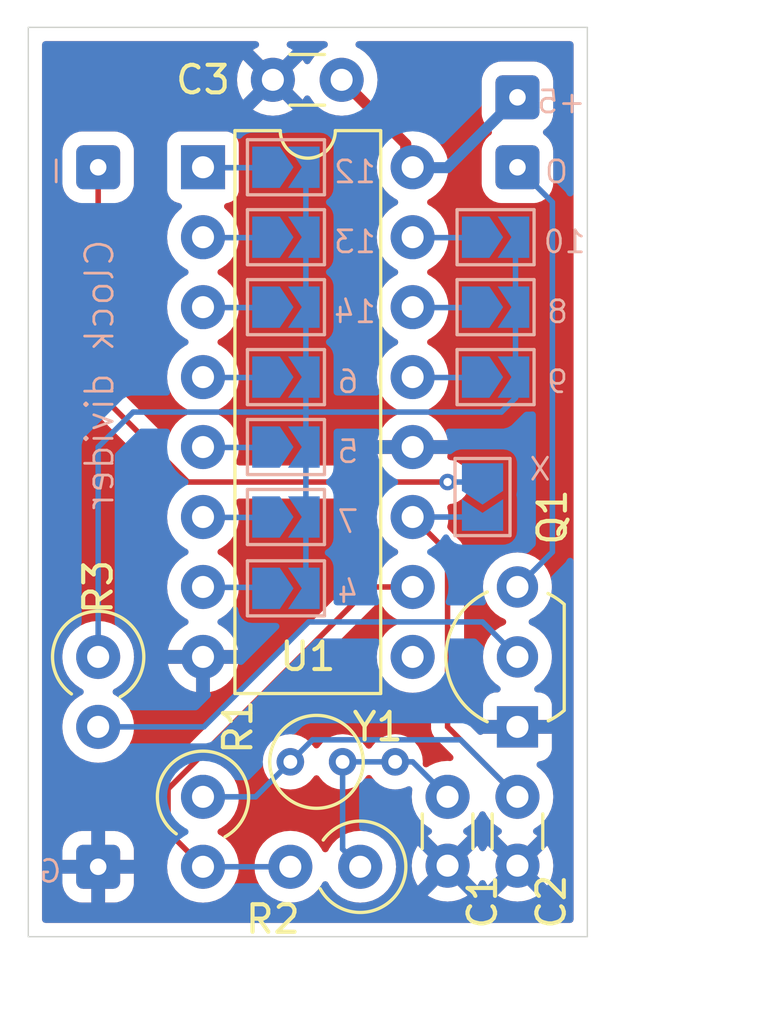
<source format=kicad_pcb>
(kicad_pcb (version 20240108) (generator "pcbnew") (generator_version "8.0")
  (title_block (title "Clock divider") (date "2024-11-19") (rev "1"))
  (layers (0 "F.Cu" signal) (31 "B.Cu" signal) (34 "B.Paste" user) (35 "F.Paste" user) (36 "B.SilkS" user "B.Silkscreen") (37 "F.SilkS" user "F.Silkscreen") (38 "B.Mask" user) (39 "F.Mask" user) (44 "Edge.Cuts" user))
  (net 0 "")
  (net 1 "Net-(U1-Φ0)")
  (net 2 "GND")
  (net 3 "Net-(C1-Pad1)")
  (net 4 "+5V")
  (net 5 "Net-(JP1-B)")
  (net 6 "Net-(JP1-A)")
  (net 7 "Net-(JP2-A)")
  (net 8 "Net-(JP3-A)")
  (net 9 "Net-(JP4-A)")
  (net 10 "Net-(JP5-A)")
  (net 11 "Net-(JP6-A)")
  (net 12 "Net-(JP7-A)")
  (net 13 "Net-(JP8-A)")
  (net 14 "Net-(JP9-A)")
  (net 15 "Net-(JP10-A)")
  (net 16 "Net-(J3-Pin_1)")
  (net 17 "Net-(Q1-B)")
  (net 18 "Net-(J4-Pin_1)")
  (net 20 "Net-(JP11-B)")
  (footprint "Package_DIP:DIP-16_W7.62mm" (layer "F.Cu") (at 67.31 76.2)
    (property "Reference" "U1" (at 3.81 17.765 0) (layer "F.SilkS"))
    (property "Value" "4060")
    (fp_line (start 1.16 -1.33) (end 1.16 19.11) (stroke (width 0.12)) (layer "F.SilkS"))
    (fp_line (start 1.16 19.11) (end 6.46 19.11) (stroke (width 0.12)) (layer "F.SilkS"))
    (fp_line (start 2.81 -1.33) (end 1.16 -1.33) (stroke (width 0.12)) (layer "F.SilkS"))
    (fp_line (start 6.46 -1.33) (end 4.81 -1.33) (stroke (width 0.12)) (layer "F.SilkS"))
    (fp_line (start 6.46 19.11) (end 6.46 -1.33) (stroke (width 0.12)) (layer "F.SilkS"))
    (fp_arc (start 4.81 -1.33) (mid 3.81 -0.33) (end 2.81 -1.33) (stroke (width 0.12)) (layer "F.SilkS"))
    (pad "1" thru_hole rect (at 0 0) (size 1.6 1.6) (drill 0.8) (layers "*.Cu" "*.Mask") (net 13 "Net-(JP8-A)"))
    (pad "2" thru_hole oval (at 0 2.54) (size 1.6 1.6) (drill 0.8) (layers "*.Cu" "*.Mask") (net 14 "Net-(JP9-A)"))
    (pad "3" thru_hole oval (at 0 5.08) (size 1.6 1.6) (drill 0.8) (layers "*.Cu" "*.Mask") (net 15 "Net-(JP10-A)"))
    (pad "4" thru_hole oval (at 0 7.62) (size 1.6 1.6) (drill 0.8) (layers "*.Cu" "*.Mask") (net 8 "Net-(JP3-A)"))
    (pad "5" thru_hole oval (at 0 10.16) (size 1.6 1.6) (drill 0.8) (layers "*.Cu" "*.Mask") (net 7 "Net-(JP2-A)"))
    (pad "6" thru_hole oval (at 0 12.7) (size 1.6 1.6) (drill 0.8) (layers "*.Cu" "*.Mask") (net 9 "Net-(JP4-A)"))
    (pad "7" thru_hole oval (at 0 15.24) (size 1.6 1.6) (drill 0.8) (layers "*.Cu" "*.Mask") (net 6 "Net-(JP1-A)"))
    (pad "8" thru_hole oval (at 0 17.78) (size 1.6 1.6) (drill 0.8) (layers "*.Cu" "*.Mask") (net 2 "GND"))
    (pad "9" thru_hole oval (at 7.62 17.78) (size 1.6 1.6) (drill 0.8) (layers "*.Cu" "*.Mask"))
    (pad "10" thru_hole oval (at 7.62 15.24) (size 1.6 1.6) (drill 0.8) (layers "*.Cu" "*.Mask") (net 1 "Net-(U1-Φ0)"))
    (pad "11" thru_hole oval (at 7.62 12.7) (size 1.6 1.6) (drill 0.8) (layers "*.Cu" "*.Mask") (net 20 "Net-(JP11-B)"))
    (pad "12" thru_hole oval (at 7.62 10.16) (size 1.6 1.6) (drill 0.8) (layers "*.Cu" "*.Mask") (net 2 "GND"))
    (pad "13" thru_hole oval (at 7.62 7.62) (size 1.6 1.6) (drill 0.8) (layers "*.Cu" "*.Mask") (net 11 "Net-(JP6-A)"))
    (pad "14" thru_hole oval (at 7.62 5.08) (size 1.6 1.6) (drill 0.8) (layers "*.Cu" "*.Mask") (net 10 "Net-(JP5-A)"))
    (pad "15" thru_hole oval (at 7.62 2.54) (size 1.6 1.6) (drill 0.8) (layers "*.Cu" "*.Mask") (net 12 "Net-(JP7-A)"))
    (pad "16" thru_hole oval (at 7.62 0) (size 1.6 1.6) (drill 0.8) (layers "*.Cu" "*.Mask") (net 4 "+5V"))
  )
  (footprint "Connector_Wire:SolderWire-0.1sqmm_1x01_D0.4mm_OD1mm" (layer "F.Cu") (at 78.74 73.66)
    (property "Reference" "J2" (hide yes))
    (property "Value" "+5V")
    (pad "1" thru_hole roundrect (at 0 0) (size 1.6 1.6) (drill 0.6) (layers "*.Cu" "*.Mask") (roundrect_rratio 0.15625) (net 4 "+5V"))
  )
  (footprint "Connector_Wire:SolderWire-0.1sqmm_1x01_D0.4mm_OD1mm" (layer "F.Cu") (at 63.5 76.2)
    (property "Reference" "J3" (hide yes))
    (property "Value" "OSCIN")
    (pad "1" thru_hole roundrect (at 0 0) (size 1.6 1.6) (drill 0.6) (layers "*.Cu" "*.Mask") (roundrect_rratio 0.15625) (net 16 "Net-(J3-Pin_1)"))
  )
  (footprint "Capacitor_THT:C_Disc_D3.0mm_W1.6mm_P2.50mm" (layer "F.Cu") (at 72.35 73.025 180)
    (property "Reference" "C3" (at 5.04 0 180) (layer "F.SilkS"))
    (property "Value" "100n")
    (fp_line (start 0.621 0.92) (end 1.879 0.92) (stroke (width 0.12)) (layer "F.SilkS"))
    (fp_line (start 0.621 -0.92) (end 1.879 -0.92) (stroke (width 0.12)) (layer "F.SilkS"))
    (pad "1" thru_hole circle (at 0 0 180) (size 1.6 1.6) (drill 0.8) (layers "*.Cu" "*.Mask") (net 4 "+5V"))
    (pad "2" thru_hole circle (at 2.5 0 180) (size 1.6 1.6) (drill 0.8) (layers "*.Cu" "*.Mask") (net 2 "GND"))
  )
  (footprint "Resistor_THT:R_Axial_DIN0309_L9.0mm_D3.2mm_P2.54mm_Vertical" (layer "F.Cu") (at 63.5 93.98 -90)
    (property "Reference" "R3" (at -2.54 0 90) (layer "F.SilkS"))
    (property "Value" "47k")
    (fp_arc (start 1.344775 0.97138) (mid -1.655812 -0.101418) (end 1.453272 -0.8) (stroke (width 0.12)) (layer "F.SilkS"))
    (pad "1" thru_hole circle (at 0 0 270) (size 1.6 1.6) (drill 0.8) (layers "*.Cu" "*.Mask") (net 5 "Net-(JP1-B)"))
    (pad "2" thru_hole oval (at 2.54 0 270) (size 1.6 1.6) (drill 0.8) (layers "*.Cu" "*.Mask") (net 17 "Net-(Q1-B)"))
  )
  (footprint "Package_TO_SOT_THT:TO-92L_Inline_Wide" (layer "F.Cu") (at 78.74 96.52 90)
    (property "Reference" "Q1" (at 7.62 1.27 90) (layer "F.SilkS"))
    (property "Value" "Q_NPN_EBC")
    (fp_line (start 0.6 1.7) (end 4.45 1.7) (stroke (width 0.12)) (layer "F.SilkS"))
    (fp_arc (start 2.54 -2.6) (mid 3.936979 -2.192818) (end 4.8964 -1.098807) (stroke (width 0.12)) (layer "F.SilkS"))
    (fp_arc (start 0.1836 -1.098807) (mid 1.143021 -2.192817) (end 2.54 -2.6) (stroke (width 0.12)) (layer "F.SilkS"))
    (fp_arc (start 4.842383 1.112264) (mid 4.666594 1.419753) (end 4.45 1.7) (stroke (width 0.12)) (layer "F.SilkS"))
    (fp_arc (start 0.6 1.7) (mid 0.389183 1.423933) (end 0.217369 1.122045) (stroke (width 0.12)) (layer "F.SilkS"))
    (pad "1" thru_hole rect (at 0 0 90) (size 1.5 1.5) (drill 0.8) (layers "*.Cu" "*.Mask") (net 2 "GND"))
    (pad "2" thru_hole circle (at 2.54 0 90) (size 1.5 1.5) (drill 0.8) (layers "*.Cu" "*.Mask") (net 17 "Net-(Q1-B)"))
    (pad "3" thru_hole circle (at 5.08 0 90) (size 1.5 1.5) (drill 0.8) (layers "*.Cu" "*.Mask") (net 18 "Net-(J4-Pin_1)"))
  )
  (footprint "Connector_Wire:SolderWire-0.1sqmm_1x01_D0.4mm_OD1mm" (layer "F.Cu") (at 63.5 101.6)
    (property "Reference" "J1" (hide yes))
    (property "Value" "GND")
    (pad "1" thru_hole roundrect (at 0 0) (size 1.6 1.6) (drill 0.6) (layers "*.Cu" "*.Mask") (roundrect_rratio 0.15625) (net 2 "GND"))
  )
  (footprint "Resistor_THT:R_Axial_DIN0309_L9.0mm_D3.2mm_P2.54mm_Vertical" (layer "F.Cu") (at 73.025 101.6 180)
    (property "Reference" "R2" (at 3.175 -1.905 0) (layer "F.SilkS"))
    (property "Value" "470k")
    (fp_arc (start 1.344775 0.97138) (mid -1.655812 -0.101418) (end 1.453272 -0.8) (stroke (width 0.12)) (layer "F.SilkS"))
    (pad "1" thru_hole circle (at 0 0 180) (size 1.6 1.6) (drill 0.8) (layers "*.Cu" "*.Mask") (net 3 "Net-(C1-Pad1)"))
    (pad "2" thru_hole oval (at 2.54 0 180) (size 1.6 1.6) (drill 0.8) (layers "*.Cu" "*.Mask") (net 1 "Net-(U1-Φ0)"))
  )
  (footprint "Capacitor_THT:C_Disc_D3.0mm_W1.6mm_P2.50mm" (layer "F.Cu") (at 76.2 99.06 -90)
    (property "Reference" "C1" (at 3.81 -1.27 90) (layer "F.SilkS"))
    (property "Value" "22p")
    (fp_line (start 0.621 0.92) (end 1.879 0.92) (stroke (width 0.12)) (layer "F.SilkS"))
    (fp_line (start 0.621 -0.92) (end 1.879 -0.92) (stroke (width 0.12)) (layer "F.SilkS"))
    (pad "1" thru_hole circle (at 0 0 270) (size 1.6 1.6) (drill 0.8) (layers "*.Cu" "*.Mask") (net 3 "Net-(C1-Pad1)"))
    (pad "2" thru_hole circle (at 2.5 0 270) (size 1.6 1.6) (drill 0.8) (layers "*.Cu" "*.Mask") (net 2 "GND"))
  )
  (footprint "Ken:Crystal_C38-LF_D3.0mm_L8.0mm_Vertical_Extra_Pad" (layer "F.Cu") (at 70.485 97.79)
    (property "Reference" "Y1" (at 3.175 -1.27 0) (layer "F.SilkS"))
    (property "Value" "32.768kHz")
    (fp_arc (start -0.75 0) (mid 0.95 -1.7) (end 2.65 0) (stroke (width 0.12)) (layer "F.SilkS"))
    (fp_arc (start 2.65 0) (mid 0.95 1.7) (end -0.75 0) (stroke (width 0.12)) (layer "F.SilkS"))
    (pad "1" thru_hole circle (at 0 0) (size 1 1) (drill 0.5) (layers "*.Cu" "*.Mask") (net 20 "Net-(JP11-B)"))
    (pad "2" thru_hole circle (at 1.9 0) (size 1 1) (drill 0.5) (layers "*.Cu" "*.Mask") (net 3 "Net-(C1-Pad1)"))
    (pad "2" thru_hole circle (at 3.81 0) (size 1 1) (drill 0.5) (layers "*.Cu" "*.Mask") (net 3 "Net-(C1-Pad1)"))
  )
  (footprint "Resistor_THT:R_Axial_DIN0309_L9.0mm_D3.2mm_P2.54mm_Vertical" (layer "F.Cu") (at 67.31 99.06 -90)
    (property "Reference" "R1" (at -2.54 -1.27 90) (layer "F.SilkS"))
    (property "Value" "10M")
    (fp_arc (start 1.344775 0.97138) (mid -1.655812 -0.101418) (end 1.453272 -0.8) (stroke (width 0.12)) (layer "F.SilkS"))
    (pad "1" thru_hole circle (at 0 0 270) (size 1.6 1.6) (drill 0.8) (layers "*.Cu" "*.Mask") (net 20 "Net-(JP11-B)"))
    (pad "2" thru_hole oval (at 2.54 0 270) (size 1.6 1.6) (drill 0.8) (layers "*.Cu" "*.Mask") (net 1 "Net-(U1-Φ0)"))
  )
  (footprint "Connector_Wire:SolderWire-0.1sqmm_1x01_D0.4mm_OD1mm" (layer "F.Cu") (at 78.74 76.2)
    (property "Reference" "J4" (hide yes))
    (property "Value" "OSCOUT")
    (pad "1" thru_hole roundrect (at 0 0) (size 1.6 1.6) (drill 0.6) (layers "*.Cu" "*.Mask") (roundrect_rratio 0.15625) (net 18 "Net-(J4-Pin_1)"))
  )
  (footprint "Capacitor_THT:C_Disc_D3.0mm_W1.6mm_P2.50mm" (layer "F.Cu") (at 78.74 99.06 -90)
    (property "Reference" "C2" (at 3.81 -1.23 90) (layer "F.SilkS"))
    (property "Value" "22p")
    (fp_line (start 0.621 0.92) (end 1.879 0.92) (stroke (width 0.12)) (layer "F.SilkS"))
    (fp_line (start 0.621 -0.92) (end 1.879 -0.92) (stroke (width 0.12)) (layer "F.SilkS"))
    (pad "1" thru_hole circle (at 0 0 270) (size 1.6 1.6) (drill 0.8) (layers "*.Cu" "*.Mask") (net 20 "Net-(JP11-B)"))
    (pad "2" thru_hole circle (at 2.5 0 270) (size 1.6 1.6) (drill 0.8) (layers "*.Cu" "*.Mask") (net 2 "GND"))
  )
  (footprint "Jumper:SolderJumper-2_P1.3mm_Open_TrianglePad1.0x1.5mm" (layer "B.Cu") (at 77.945 81.28)
    (property "Reference" "JP5" (hide yes))
    (property "Value" "SolderJumper_2_Open")
    (fp_line (start -1.4 -1) (end 1.4 -1) (stroke (width 0.12)) (layer "B.SilkS"))
    (fp_line (start -1.4 1) (end -1.4 -1) (stroke (width 0.12)) (layer "B.SilkS"))
    (fp_line (start 1.4 -1) (end 1.4 1) (stroke (width 0.12)) (layer "B.SilkS"))
    (fp_line (start 1.4 1) (end -1.4 1) (stroke (width 0.12)) (layer "B.SilkS"))
    (pad "1" smd custom (at -0.725 0) (size 0.3 0.3) (layers "B.Cu" "B.Mask") (net 10 "Net-(JP5-A)") (options (clearance outline) (anchor rect)) (primitives (gr_poly (pts (xy 1 0) (xy 0.5 -0.75) (xy -0.5 -0.75) (xy -0.5 0.75) (xy 0.5 0.75)) (width 0) (fill yes))))
    (pad "2" smd custom (at 0.725 0) (size 0.3 0.3) (layers "B.Cu" "B.Mask") (net 5 "Net-(JP1-B)") (options (clearance outline) (anchor rect)) (primitives (gr_poly (pts (xy 0.5 -0.75) (xy -0.65 -0.75) (xy -0.15 0) (xy -0.65 0.75) (xy 0.5 0.75)) (width 0) (fill yes))))
  )
  (footprint "Jumper:SolderJumper-2_P1.3mm_Open_TrianglePad1.0x1.5mm" (layer "B.Cu") (at 77.47 88.175 -90)
    (property "Reference" "JP11" (hide yes))
    (property "Value" "SolderJumper_2_Open")
    (fp_line (start -1.4 1) (end -1.4 -1) (stroke (width 0.12)) (layer "B.SilkS"))
    (fp_line (start 1.4 1) (end -1.4 1) (stroke (width 0.12)) (layer "B.SilkS"))
    (fp_line (start -1.4 -1) (end 1.4 -1) (stroke (width 0.12)) (layer "B.SilkS"))
    (fp_line (start 1.4 -1) (end 1.4 1) (stroke (width 0.12)) (layer "B.SilkS"))
    (pad "1" smd custom (at -0.725 0 270) (size 0.3 0.3) (layers "B.Cu" "B.Mask") (net 16 "Net-(J3-Pin_1)") (options (clearance outline) (anchor rect)) (primitives (gr_poly (pts (xy 1 0) (xy 0.5 -0.75) (xy -0.5 -0.75) (xy -0.5 0.75) (xy 0.5 0.75)) (width 0) (fill yes))))
    (pad "2" smd custom (at 0.725 0 270) (size 0.3 0.3) (layers "B.Cu" "B.Mask") (net 20 "Net-(JP11-B)") (options (clearance outline) (anchor rect)) (primitives (gr_poly (pts (xy 0.5 -0.75) (xy -0.65 -0.75) (xy -0.15 0) (xy -0.65 0.75) (xy 0.5 0.75)) (width 0) (fill yes))))
  )
  (footprint "Jumper:SolderJumper-2_P1.3mm_Open_TrianglePad1.0x1.5mm" (layer "B.Cu") (at 70.325 78.74)
    (property "Reference" "JP9" (hide yes))
    (property "Value" "SolderJumper_2_Open")
    (fp_line (start -1.4 -1) (end 1.4 -1) (stroke (width 0.12)) (layer "B.SilkS"))
    (fp_line (start -1.4 1) (end -1.4 -1) (stroke (width 0.12)) (layer "B.SilkS"))
    (fp_line (start 1.4 -1) (end 1.4 1) (stroke (width 0.12)) (layer "B.SilkS"))
    (fp_line (start 1.4 1) (end -1.4 1) (stroke (width 0.12)) (layer "B.SilkS"))
    (pad "1" smd custom (at -0.725 0) (size 0.3 0.3) (layers "B.Cu" "B.Mask") (net 14 "Net-(JP9-A)") (options (clearance outline) (anchor rect)) (primitives (gr_poly (pts (xy 1 0) (xy 0.5 -0.75) (xy -0.5 -0.75) (xy -0.5 0.75) (xy 0.5 0.75)) (width 0) (fill yes))))
    (pad "2" smd custom (at 0.725 0) (size 0.3 0.3) (layers "B.Cu" "B.Mask") (net 5 "Net-(JP1-B)") (options (clearance outline) (anchor rect)) (primitives (gr_poly (pts (xy 0.5 -0.75) (xy -0.65 -0.75) (xy -0.15 0) (xy -0.65 0.75) (xy 0.5 0.75)) (width 0) (fill yes))))
  )
  (footprint "Jumper:SolderJumper-2_P1.3mm_Open_TrianglePad1.0x1.5mm" (layer "B.Cu") (at 70.325 88.9)
    (property "Reference" "JP4" (hide yes))
    (property "Value" "SolderJumper_2_Open")
    (fp_line (start -1.4 -1) (end 1.4 -1) (stroke (width 0.12)) (layer "B.SilkS"))
    (fp_line (start -1.4 1) (end -1.4 -1) (stroke (width 0.12)) (layer "B.SilkS"))
    (fp_line (start 1.4 -1) (end 1.4 1) (stroke (width 0.12)) (layer "B.SilkS"))
    (fp_line (start 1.4 1) (end -1.4 1) (stroke (width 0.12)) (layer "B.SilkS"))
    (pad "1" smd custom (at -0.725 0) (size 0.3 0.3) (layers "B.Cu" "B.Mask") (net 9 "Net-(JP4-A)") (options (clearance outline) (anchor rect)) (primitives (gr_poly (pts (xy 1 0) (xy 0.5 -0.75) (xy -0.5 -0.75) (xy -0.5 0.75) (xy 0.5 0.75)) (width 0) (fill yes))))
    (pad "2" smd custom (at 0.725 0) (size 0.3 0.3) (layers "B.Cu" "B.Mask") (net 5 "Net-(JP1-B)") (options (clearance outline) (anchor rect)) (primitives (gr_poly (pts (xy 0.5 -0.75) (xy -0.65 -0.75) (xy -0.15 0) (xy -0.65 0.75) (xy 0.5 0.75)) (width 0) (fill yes))))
  )
  (footprint "Jumper:SolderJumper-2_P1.3mm_Open_TrianglePad1.0x1.5mm" (layer "B.Cu") (at 70.325 91.49)
    (property "Reference" "JP1" (hide yes))
    (property "Value" "SolderJumper_2_Open")
    (fp_line (start -1.4 -1) (end 1.4 -1) (stroke (width 0.12)) (layer "B.SilkS"))
    (fp_line (start -1.4 1) (end -1.4 -1) (stroke (width 0.12)) (layer "B.SilkS"))
    (fp_line (start 1.4 -1) (end 1.4 1) (stroke (width 0.12)) (layer "B.SilkS"))
    (fp_line (start 1.4 1) (end -1.4 1) (stroke (width 0.12)) (layer "B.SilkS"))
    (pad "1" smd custom (at -0.725 0) (size 0.3 0.3) (layers "B.Cu" "B.Mask") (net 6 "Net-(JP1-A)") (options (clearance outline) (anchor rect)) (primitives (gr_poly (pts (xy 1 0) (xy 0.5 -0.75) (xy -0.5 -0.75) (xy -0.5 0.75) (xy 0.5 0.75)) (width 0) (fill yes))))
    (pad "2" smd custom (at 0.725 0) (size 0.3 0.3) (layers "B.Cu" "B.Mask") (net 5 "Net-(JP1-B)") (options (clearance outline) (anchor rect)) (primitives (gr_poly (pts (xy 0.5 -0.75) (xy -0.65 -0.75) (xy -0.15 0) (xy -0.65 0.75) (xy 0.5 0.75)) (width 0) (fill yes))))
  )
  (footprint "Jumper:SolderJumper-2_P1.3mm_Open_TrianglePad1.0x1.5mm" (layer "B.Cu") (at 70.325 83.82)
    (property "Reference" "JP3" (hide yes))
    (property "Value" "SolderJumper_2_Open")
    (fp_line (start -1.4 -1) (end 1.4 -1) (stroke (width 0.12)) (layer "B.SilkS"))
    (fp_line (start -1.4 1) (end -1.4 -1) (stroke (width 0.12)) (layer "B.SilkS"))
    (fp_line (start 1.4 -1) (end 1.4 1) (stroke (width 0.12)) (layer "B.SilkS"))
    (fp_line (start 1.4 1) (end -1.4 1) (stroke (width 0.12)) (layer "B.SilkS"))
    (pad "1" smd custom (at -0.725 0) (size 0.3 0.3) (layers "B.Cu" "B.Mask") (net 8 "Net-(JP3-A)") (options (clearance outline) (anchor rect)) (primitives (gr_poly (pts (xy 1 0) (xy 0.5 -0.75) (xy -0.5 -0.75) (xy -0.5 0.75) (xy 0.5 0.75)) (width 0) (fill yes))))
    (pad "2" smd custom (at 0.725 0) (size 0.3 0.3) (layers "B.Cu" "B.Mask") (net 5 "Net-(JP1-B)") (options (clearance outline) (anchor rect)) (primitives (gr_poly (pts (xy 0.5 -0.75) (xy -0.65 -0.75) (xy -0.15 0) (xy -0.65 0.75) (xy 0.5 0.75)) (width 0) (fill yes))))
  )
  (footprint "Jumper:SolderJumper-2_P1.3mm_Open_TrianglePad1.0x1.5mm" (layer "B.Cu") (at 70.325 76.2)
    (property "Reference" "JP8" (hide yes))
    (property "Value" "SolderJumper_2_Open")
    (fp_line (start -1.4 -1) (end 1.4 -1) (stroke (width 0.12)) (layer "B.SilkS"))
    (fp_line (start -1.4 1) (end -1.4 -1) (stroke (width 0.12)) (layer "B.SilkS"))
    (fp_line (start 1.4 -1) (end 1.4 1) (stroke (width 0.12)) (layer "B.SilkS"))
    (fp_line (start 1.4 1) (end -1.4 1) (stroke (width 0.12)) (layer "B.SilkS"))
    (pad "1" smd custom (at -0.725 0) (size 0.3 0.3) (layers "B.Cu" "B.Mask") (net 13 "Net-(JP8-A)") (options (clearance outline) (anchor rect)) (primitives (gr_poly (pts (xy 1 0) (xy 0.5 -0.75) (xy -0.5 -0.75) (xy -0.5 0.75) (xy 0.5 0.75)) (width 0) (fill yes))))
    (pad "2" smd custom (at 0.725 0) (size 0.3 0.3) (layers "B.Cu" "B.Mask") (net 5 "Net-(JP1-B)") (options (clearance outline) (anchor rect)) (primitives (gr_poly (pts (xy 0.5 -0.75) (xy -0.65 -0.75) (xy -0.15 0) (xy -0.65 0.75) (xy 0.5 0.75)) (width 0) (fill yes))))
  )
  (footprint "Jumper:SolderJumper-2_P1.3mm_Open_TrianglePad1.0x1.5mm" (layer "B.Cu") (at 70.325 81.28)
    (property "Reference" "JP10" (hide yes))
    (property "Value" "SolderJumper_2_Open")
    (fp_line (start -1.4 -1) (end 1.4 -1) (stroke (width 0.12)) (layer "B.SilkS"))
    (fp_line (start -1.4 1) (end -1.4 -1) (stroke (width 0.12)) (layer "B.SilkS"))
    (fp_line (start 1.4 -1) (end 1.4 1) (stroke (width 0.12)) (layer "B.SilkS"))
    (fp_line (start 1.4 1) (end -1.4 1) (stroke (width 0.12)) (layer "B.SilkS"))
    (pad "1" smd custom (at -0.725 0) (size 0.3 0.3) (layers "B.Cu" "B.Mask") (net 15 "Net-(JP10-A)") (options (clearance outline) (anchor rect)) (primitives (gr_poly (pts (xy 1 0) (xy 0.5 -0.75) (xy -0.5 -0.75) (xy -0.5 0.75) (xy 0.5 0.75)) (width 0) (fill yes))))
    (pad "2" smd custom (at 0.725 0) (size 0.3 0.3) (layers "B.Cu" "B.Mask") (net 5 "Net-(JP1-B)") (options (clearance outline) (anchor rect)) (primitives (gr_poly (pts (xy 0.5 -0.75) (xy -0.65 -0.75) (xy -0.15 0) (xy -0.65 0.75) (xy 0.5 0.75)) (width 0) (fill yes))))
  )
  (footprint "Jumper:SolderJumper-2_P1.3mm_Open_TrianglePad1.0x1.5mm" (layer "B.Cu") (at 70.325 86.36)
    (property "Reference" "JP2" (hide yes))
    (property "Value" "SolderJumper_2_Open")
    (fp_line (start -1.4 -1) (end 1.4 -1) (stroke (width 0.12)) (layer "B.SilkS"))
    (fp_line (start -1.4 1) (end -1.4 -1) (stroke (width 0.12)) (layer "B.SilkS"))
    (fp_line (start 1.4 -1) (end 1.4 1) (stroke (width 0.12)) (layer "B.SilkS"))
    (fp_line (start 1.4 1) (end -1.4 1) (stroke (width 0.12)) (layer "B.SilkS"))
    (pad "1" smd custom (at -0.725 0) (size 0.3 0.3) (layers "B.Cu" "B.Mask") (net 7 "Net-(JP2-A)") (options (clearance outline) (anchor rect)) (primitives (gr_poly (pts (xy 1 0) (xy 0.5 -0.75) (xy -0.5 -0.75) (xy -0.5 0.75) (xy 0.5 0.75)) (width 0) (fill yes))))
    (pad "2" smd custom (at 0.725 0) (size 0.3 0.3) (layers "B.Cu" "B.Mask") (net 5 "Net-(JP1-B)") (options (clearance outline) (anchor rect)) (primitives (gr_poly (pts (xy 0.5 -0.75) (xy -0.65 -0.75) (xy -0.15 0) (xy -0.65 0.75) (xy 0.5 0.75)) (width 0) (fill yes))))
  )
  (footprint "Jumper:SolderJumper-2_P1.3mm_Open_TrianglePad1.0x1.5mm" (layer "B.Cu") (at 77.945 83.82)
    (property "Reference" "JP6" (hide yes))
    (property "Value" "SolderJumper_2_Open")
    (fp_line (start -1.4 -1) (end 1.4 -1) (stroke (width 0.12)) (layer "B.SilkS"))
    (fp_line (start -1.4 1) (end -1.4 -1) (stroke (width 0.12)) (layer "B.SilkS"))
    (fp_line (start 1.4 -1) (end 1.4 1) (stroke (width 0.12)) (layer "B.SilkS"))
    (fp_line (start 1.4 1) (end -1.4 1) (stroke (width 0.12)) (layer "B.SilkS"))
    (pad "1" smd custom (at -0.725 0) (size 0.3 0.3) (layers "B.Cu" "B.Mask") (net 11 "Net-(JP6-A)") (options (clearance outline) (anchor rect)) (primitives (gr_poly (pts (xy 1 0) (xy 0.5 -0.75) (xy -0.5 -0.75) (xy -0.5 0.75) (xy 0.5 0.75)) (width 0) (fill yes))))
    (pad "2" smd custom (at 0.725 0) (size 0.3 0.3) (layers "B.Cu" "B.Mask") (net 5 "Net-(JP1-B)") (options (clearance outline) (anchor rect)) (primitives (gr_poly (pts (xy 0.5 -0.75) (xy -0.65 -0.75) (xy -0.15 0) (xy -0.65 0.75) (xy 0.5 0.75)) (width 0) (fill yes))))
  )
  (footprint "Jumper:SolderJumper-2_P1.3mm_Open_TrianglePad1.0x1.5mm" (layer "B.Cu") (at 77.945 78.74)
    (property "Reference" "JP7" (hide yes))
    (property "Value" "SolderJumper_2_Open")
    (fp_line (start -1.4 -1) (end 1.4 -1) (stroke (width 0.12)) (layer "B.SilkS"))
    (fp_line (start -1.4 1) (end -1.4 -1) (stroke (width 0.12)) (layer "B.SilkS"))
    (fp_line (start 1.4 -1) (end 1.4 1) (stroke (width 0.12)) (layer "B.SilkS"))
    (fp_line (start 1.4 1) (end -1.4 1) (stroke (width 0.12)) (layer "B.SilkS"))
    (pad "1" smd custom (at -0.725 0) (size 0.3 0.3) (layers "B.Cu" "B.Mask") (net 12 "Net-(JP7-A)") (options (clearance outline) (anchor rect)) (primitives (gr_poly (pts (xy 1 0) (xy 0.5 -0.75) (xy -0.5 -0.75) (xy -0.5 0.75) (xy 0.5 0.75)) (width 0) (fill yes))))
    (pad "2" smd custom (at 0.725 0) (size 0.3 0.3) (layers "B.Cu" "B.Mask") (net 5 "Net-(JP1-B)") (options (clearance outline) (anchor rect)) (primitives (gr_poly (pts (xy 0.5 -0.75) (xy -0.65 -0.75) (xy -0.15 0) (xy -0.65 0.75) (xy 0.5 0.75)) (width 0) (fill yes))))
  )
  (gr_line (start 60.96 104.14) (end 81.28 104.14) (stroke (width 0.05)) (layer "Edge.Cuts"))
  (gr_line (start 60.96 71.12) (end 60.96 104.14) (stroke (width 0.05)) (layer "Edge.Cuts"))
  (gr_line (start 81.28 71.12) (end 60.96 71.12) (stroke (width 0.05)) (layer "Edge.Cuts"))
  (gr_line (start 81.28 104.14) (end 81.28 71.12) (stroke (width 0.05)) (layer "Edge.Cuts"))
  (gr_text "5" (at 73.025 86.995 0) (layer "B.SilkS") (effects (font (size 0.8 0.8) (thickness 0.1)) (justify left bottom mirror)))
  (gr_text "4" (at 73.025 92.075 0) (layer "B.SilkS") (effects (font (size 0.8 0.8) (thickness 0.1)) (justify left bottom mirror)))
  (gr_text "G" (at 62.23 102.235 0) (layer "B.SilkS") (effects (font (size 0.8 0.8) (thickness 0.1)) (justify left bottom mirror)))
  (gr_text "6" (at 73.025 84.455 0) (layer "B.SilkS") (effects (font (size 0.8 0.8) (thickness 0.1)) (justify left bottom mirror)))
  (gr_text "7" (at 73.025 89.535 0) (layer "B.SilkS") (effects (font (size 0.8 0.8) (thickness 0.1)) (justify left bottom mirror)))
  (gr_text "X" (at 80.01 87.63 0) (layer "B.SilkS") (effects (font (size 0.8 0.8) (thickness 0.1)) (justify left bottom mirror)))
  (gr_text "10" (at 81.28 79.375 0) (layer "B.SilkS") (effects (font (size 0.8 0.8) (thickness 0.1)) (justify left bottom mirror)))
  (gr_text "Clock divider" (at 64.135 78.74 90) (layer "B.SilkS") (effects (font (size 1 1) (thickness 0.1)) (justify left bottom mirror)))
  (gr_text "9" (at 80.645 84.455 0) (layer "B.SilkS") (effects (font (size 0.8 0.8) (thickness 0.1)) (justify left bottom mirror)))
  (gr_text "14" (at 73.66 81.915 0) (layer "B.SilkS") (effects (font (size 0.8 0.8) (thickness 0.1)) (justify left bottom mirror)))
  (gr_text "O" (at 80.645 76.835 0) (layer "B.SilkS") (effects (font (size 0.8 0.8) (thickness 0.1)) (justify left bottom mirror)))
  (gr_text "13" (at 73.66 79.375 0) (layer "B.SilkS") (effects (font (size 0.8 0.8) (thickness 0.1)) (justify left bottom mirror)))
  (gr_text "12" (at 73.66 76.835 0) (layer "B.SilkS") (effects (font (size 0.8 0.8) (thickness 0.1)) (justify left bottom mirror)))
  (gr_text "+5" (at 81.28 74.295 0) (layer "B.SilkS") (effects (font (size 0.8 0.8) (thickness 0.1)) (justify left bottom mirror)))
  (gr_text "8" (at 80.645 81.915 0) (layer "B.SilkS") (effects (font (size 0.8 0.8) (thickness 0.1)) (justify left bottom mirror)))
  (gr_text "I" (at 62.23 76.835 0) (layer "B.SilkS") (effects (font (size 0.8 0.8) (thickness 0.1)) (justify left bottom mirror)))
  (segment (start 74.93 91.44) (end 73.374365 91.44) (width 0.2) (layer "F.Cu") (net 1))
  (segment (start 66.04 98.774365) (end 66.04 100.33) (width 0.2) (layer "F.Cu") (net 1))
  (segment (start 66.04 100.33) (end 67.31 101.6) (width 0.2) (layer "F.Cu") (net 1))
  (segment (start 73.374365 91.44) (end 66.04 98.774365) (width 0.2) (layer "F.Cu") (net 1))
  (segment (start 67.31 101.6) (end 70.485 101.6) (width 0.2) (layer "B.Cu") (net 1))
  (segment (start 72.385 100.96) (end 73.025 101.6) (width 0.2) (layer "B.Cu") (net 3))
  (segment (start 74.93 97.79) (end 74.295 97.79) (width 0.2) (layer "B.Cu") (net 3))
  (segment (start 76.2 99.06) (end 74.93 97.79) (width 0.2) (layer "B.Cu") (net 3))
  (segment (start 72.385 97.79) (end 72.385 100.96) (width 0.2) (layer "B.Cu") (net 3))
  (segment (start 74.295 97.79) (end 72.385 97.79) (width 0.2) (layer "B.Cu") (net 3))
  (segment (start 72.35 73.025) (end 74.68 75.355) (width 0.4) (layer "F.Cu") (net 4))
  (segment (start 74.68 75.355) (end 74.68 76.215) (width 0.4) (layer "F.Cu") (net 4))
  (segment (start 74.68 76.215) (end 76.185 76.215) (width 0.4) (layer "B.Cu") (net 4))
  (segment (start 76.185 76.215) (end 78.74 73.66) (width 0.4) (layer "B.Cu") (net 4))
  (segment (start 78.67 83.82) (end 78.67 84.575) (width 0.2) (layer "B.Cu") (net 5))
  (segment (start 78.67 78.74) (end 78.67 83.82) (width 0.2) (layer "B.Cu") (net 5))
  (segment (start 64.77 85.09) (end 71.12 85.09) (width 0.2) (layer "B.Cu") (net 5))
  (segment (start 63.5 93.98) (end 63.5 86.36) (width 0.2) (layer "B.Cu") (net 5))
  (segment (start 71.12 85.09) (end 71.05 85.09) (width 0.2) (layer "B.Cu") (net 5))
  (segment (start 78.155 85.09) (end 71.12 85.09) (width 0.2) (layer "B.Cu") (net 5))
  (segment (start 63.5 86.36) (end 64.77 85.09) (width 0.2) (layer "B.Cu") (net 5))
  (segment (start 71.05 91.49) (end 71.05 85.16) (width 0.2) (layer "B.Cu") (net 5))
  (segment (start 71.05 85.16) (end 71.12 85.09) (width 0.2) (layer "B.Cu") (net 5))
  (segment (start 71.05 76.2) (end 71.05 85.09) (width 0.2) (layer "B.Cu") (net 5))
  (segment (start 78.67 84.575) (end 78.155 85.09) (width 0.2) (layer "B.Cu") (net 5))
  (segment (start 67.06 91.455) (end 69.565 91.455) (width 0.2) (layer "B.Cu") (net 6))
  (segment (start 69.565 91.455) (end 69.6 91.49) (width 0.2) (layer "B.Cu") (net 6))
  (segment (start 67.06 86.375) (end 69.585 86.375) (width 0.2) (layer "B.Cu") (net 7))
  (segment (start 69.585 86.375) (end 69.6 86.36) (width 0.2) (layer "B.Cu") (net 7))
  (segment (start 69.585 83.835) (end 69.6 83.82) (width 0.2) (layer "B.Cu") (net 8))
  (segment (start 67.06 83.835) (end 69.585 83.835) (width 0.2) (layer "B.Cu") (net 8))
  (segment (start 67.06 88.915) (end 69.585 88.915) (width 0.2) (layer "B.Cu") (net 9))
  (segment (start 69.585 88.915) (end 69.6 88.9) (width 0.2) (layer "B.Cu") (net 9))
  (segment (start 74.68 81.295) (end 77.205 81.295) (width 0.2) (layer "B.Cu") (net 10))
  (segment (start 77.205 81.295) (end 77.22 81.28) (width 0.2) (layer "B.Cu") (net 10))
  (segment (start 74.68 83.835) (end 77.205 83.835) (width 0.2) (layer "B.Cu") (net 11))
  (segment (start 77.205 83.835) (end 77.22 83.82) (width 0.2) (layer "B.Cu") (net 11))
  (segment (start 77.205 78.755) (end 77.22 78.74) (width 0.2) (layer "B.Cu") (net 12))
  (segment (start 74.68 78.755) (end 77.205 78.755) (width 0.2) (layer "B.Cu") (net 12))
  (segment (start 67.06 76.215) (end 69.585 76.215) (width 0.2) (layer "B.Cu") (net 13))
  (segment (start 69.585 76.215) (end 69.6 76.2) (width 0.2) (layer "B.Cu") (net 13))
  (segment (start 69.585 78.755) (end 69.6 78.74) (width 0.2) (layer "B.Cu") (net 14))
  (segment (start 67.06 78.755) (end 69.585 78.755) (width 0.2) (layer "B.Cu") (net 14))
  (segment (start 67.06 81.295) (end 69.585 81.295) (width 0.2) (layer "B.Cu") (net 15))
  (segment (start 69.585 81.295) (end 69.6 81.28) (width 0.2) (layer "B.Cu") (net 15))
  (segment (start 63.5 84.370635) (end 66.759365 87.63) (width 0.2) (layer "F.Cu") (net 16))
  (segment (start 63.5 76.2) (end 63.5 84.370635) (width 0.2) (layer "F.Cu") (net 16))
  (segment (start 66.759365 87.63) (end 76.2 87.63) (width 0.2) (layer "F.Cu") (net 16))
  (via (at 76.2 87.63) (size 0.6) (drill 0.3) (layers "F.Cu" "B.Cu") (net 16))
  (segment (start 76.2 87.63) (end 77.29 87.63) (width 0.2) (layer "B.Cu") (net 16))
  (segment (start 77.29 87.63) (end 77.47 87.45) (width 0.2) (layer "B.Cu") (net 16))
  (segment (start 63.5 96.52) (end 67.340686 96.52) (width 0.2) (layer "B.Cu") (net 17))
  (segment (start 67.340686 96.52) (end 71.150686 92.71) (width 0.2) (layer "B.Cu") (net 17))
  (segment (start 77.47 92.71) (end 78.74 93.98) (width 0.2) (layer "B.Cu") (net 17))
  (segment (start 71.150686 92.71) (end 77.47 92.71) (width 0.2) (layer "B.Cu") (net 17))
  (segment (start 80.01 90.17) (end 78.74 91.44) (width 0.2) (layer "B.Cu") (net 18))
  (segment (start 78.74 76.2) (end 80.01 77.47) (width 0.2) (layer "B.Cu") (net 18))
  (segment (start 80.01 77.47) (end 80.01 90.17) (width 0.2) (layer "B.Cu") (net 18))
  (segment (start 76.2 96.52) (end 78.74 99.06) (width 0.2) (layer "F.Cu") (net 20))
  (segment (start 76.2 90.17) (end 76.2 96.52) (width 0.2) (layer "F.Cu") (net 20))
  (segment (start 74.93 88.9) (end 76.2 90.17) (width 0.2) (layer "F.Cu") (net 20))
  (segment (start 69.22 99.06) (end 70.49 97.79) (width 0.2) (layer "B.Cu") (net 20))
  (segment (start 70.49 97.79) (end 71.29 96.99) (width 0.2) (layer "B.Cu") (net 20))
  (segment (start 76.67 96.99) (end 78.74 99.06) (width 0.2) (layer "B.Cu") (net 20))
  (segment (start 77.47 88.9) (end 74.695 88.9) (width 0.2) (layer "B.Cu") (net 20))
  (segment (start 71.29 96.99) (end 76.67 96.99) (width 0.2) (layer "B.Cu") (net 20))
  (segment (start 67.31 99.06) (end 69.22 99.06) (width 0.2) (layer "B.Cu") (net 20))
  (zone (net 2) (net_name "GND") (layers "F&B.Cu") (connect_pads (clearance 0.5)) (min_thickness 0.25) (fill yes (thermal_gap 0.5) (thermal_bridge_width 0.5))
    (polygon (pts (xy 60.96 71.12) (xy 60.96 104.14) (xy 81.28 104.14) (xy 81.28 71.12)))
  )
)
</source>
